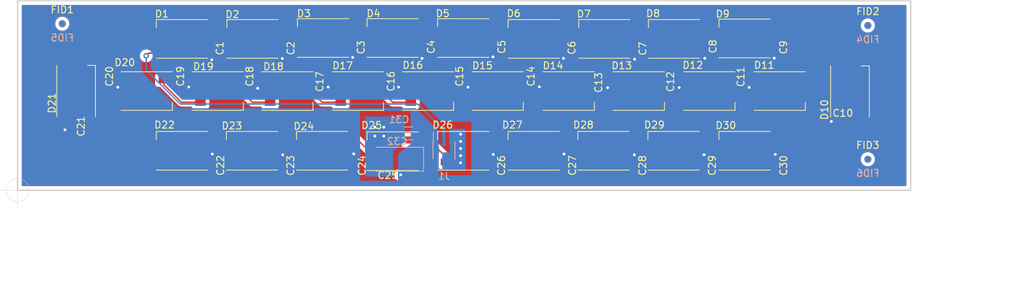
<source format=kicad_pcb>
(kicad_pcb (version 20171130) (host pcbnew 5.1.5+dfsg1-2build2)
  (layers (0 F.Cu signal) (31 B.Cu signal) (34 B.Paste user) (35 F.Paste user) (36 B.SilkS user) (37 F.SilkS user) (38 B.Mask user) (39 F.Mask user) (44 Edge.Cuts user))
  (net 0 "")
  (net 1 "Net-(C1-Pad2)")
  (net 2 +5V)
  (net 3 GND)
  (net 4 /D1_OUT)
  (net 5 DIN_LED1)
  (net 6 /D2_OUT)
  (net 7 /D3_OUT)
  (net 8 /D4_OUT)
  (net 9 /D5_OUT)
  (net 10 /D6_OUT)
  (net 11 /D7_OUT)
  (net 12 /D8_OUT)
  (net 13 /D9_OUT)
  (net 14 /D10_OUT)
  (net 15 /D11_OUT)
  (net 16 /D12_OUT)
  (net 17 /D13_OUT)
  (net 18 /D14_OUT)
  (net 19 /D15_OUT)
  (net 20 /D16_OUT)
  (net 21 /D17_OUT)
  (net 22 /D18_OUT)
  (net 23 /D19_OUT)
  (net 24 /D20_OUT)
  (net 25 /D21_OUT)
  (net 26 /D22_OUT)
  (net 27 /D23_OUT)
  (net 28 /D24_OUT)
  (net 29 /D25_OUT)
  (net 30 /D26_OUT)
  (net 31 /D27_OUT)
  (net 32 /D28_OUT)
  (net 33 /D29_OUT)
  (net 34 "Net-(D30-Pad4)")
  (module LED_SMD:LED_SK6812_PLCC4_5.0x5.0mm_P3.2mm (layer F.Cu) (at 114.173 72.39 180)
    (fp_text reference D5 (at 2.921 3.4925) (layer F.SilkS))
    (fp_text value SK6812)
    (pad 3 smd rect (at -2.45 -1.6 180) (size 1.5 1) (layers F.Cu F.Paste F.Mask) (net 2 +5V))
    (pad 4 smd rect (at -2.45 1.6 180) (size 1.5 1) (layers F.Cu F.Paste F.Mask) (net 9 /D5_OUT))
    (pad 2 smd rect (at 2.45 -1.6 180) (size 1.5 1) (layers F.Cu F.Paste F.Mask) (net 8 /D4_OUT))
    (pad 1 smd rect (at 2.45 1.6 180) (size 1.5 1) (layers F.Cu F.Paste F.Mask) (net 3 GND))
  )
  (module Capacitor_SMD:C_0402_1005Metric (layer F.Cu) (at 78.359 73.81 90)
    (fp_text reference C1 (at -0.0405 1.2065 90) (layer F.SilkS))
    (fp_text value C)
    (pad 2 smd roundrect (at 0.485 0 90) (size 0.59 0.64) (layers F.Cu F.Paste F.Mask) (net 1 "Net-(C1-Pad2)"))
    (pad 1 smd roundrect (at -0.485 0 90) (size 0.59 0.64) (layers F.Cu F.Paste F.Mask) (net 2 +5V))
  )
  (module Capacitor_SMD:C_0402_1005Metric (layer F.Cu) (at 88.392 73.683 90)
    (fp_text reference C2 (at -0.1675 1.27 270) (layer F.SilkS))
    (fp_text value C)
    (pad 1 smd roundrect (at -0.485 0 90) (size 0.59 0.64) (layers F.Cu F.Paste F.Mask) (net 2 +5V))
    (pad 2 smd roundrect (at 0.485 0 90) (size 0.59 0.64) (layers F.Cu F.Paste F.Mask) (net 3 GND))
  )
  (module Capacitor_SMD:C_0402_1005Metric (layer F.Cu) (at 98.425 73.533 90)
    (fp_text reference C3 (at -0.1905 1.2065 270) (layer F.SilkS))
    (fp_text value C)
    (pad 2 smd roundrect (at 0.485 0 90) (size 0.59 0.64) (layers F.Cu F.Paste F.Mask) (net 3 GND))
    (pad 1 smd roundrect (at -0.485 0 90) (size 0.59 0.64) (layers F.Cu F.Paste F.Mask) (net 2 +5V))
  )
  (module Capacitor_SMD:C_0402_1005Metric (layer F.Cu) (at 108.331 73.637 90)
    (fp_text reference C4 (at -0.023 1.27 270) (layer F.SilkS))
    (fp_text value C)
    (pad 2 smd roundrect (at 0.485 0 90) (size 0.59 0.64) (layers F.Cu F.Paste F.Mask) (net 3 GND))
    (pad 1 smd roundrect (at -0.485 0 90) (size 0.59 0.64) (layers F.Cu F.Paste F.Mask) (net 2 +5V))
  )
  (module Capacitor_SMD:C_0402_1005Metric (layer F.Cu) (at 118.364 73.533 90)
    (fp_text reference C5 (at -0.127 1.27 270) (layer F.SilkS))
    (fp_text value C)
    (pad 1 smd roundrect (at -0.485 0 90) (size 0.59 0.64) (layers F.Cu F.Paste F.Mask) (net 2 +5V))
    (pad 2 smd roundrect (at 0.485 0 90) (size 0.59 0.64) (layers F.Cu F.Paste F.Mask) (net 3 GND))
  )
  (module Capacitor_SMD:C_0402_1005Metric (layer F.Cu) (at 128.397 73.7235 90)
    (fp_text reference C6 (at -0.0635 1.2065 270) (layer F.SilkS))
    (fp_text value C)
    (pad 2 smd roundrect (at 0.485 0 90) (size 0.59 0.64) (layers F.Cu F.Paste F.Mask) (net 3 GND))
    (pad 1 smd roundrect (at -0.485 0 90) (size 0.59 0.64) (layers F.Cu F.Paste F.Mask) (net 2 +5V))
  )
  (module Capacitor_SMD:C_0402_1005Metric (layer F.Cu) (at 138.4935 73.787 90)
    (fp_text reference C7 (at -0.127 1.2065 90) (layer F.SilkS))
    (fp_text value C)
    (pad 1 smd roundrect (at -0.485 0 90) (size 0.59 0.64) (layers F.Cu F.Paste F.Mask) (net 2 +5V))
    (pad 2 smd roundrect (at 0.485 0 90) (size 0.59 0.64) (layers F.Cu F.Paste F.Mask) (net 3 GND))
  )
  (module Capacitor_SMD:C_0402_1005Metric (layer F.Cu) (at 148.463 73.5965 90)
    (fp_text reference C8 (at 0 1.2065 90) (layer F.SilkS))
    (fp_text value C)
    (pad 2 smd roundrect (at 0.485 0 90) (size 0.59 0.64) (layers F.Cu F.Paste F.Mask) (net 3 GND))
    (pad 1 smd roundrect (at -0.485 0 90) (size 0.59 0.64) (layers F.Cu F.Paste F.Mask) (net 2 +5V))
  )
  (module Capacitor_SMD:C_0402_1005Metric (layer F.Cu) (at 158.369 73.5965 90)
    (fp_text reference C9 (at -0.127 1.3335 90) (layer F.SilkS))
    (fp_text value C)
    (pad 1 smd roundrect (at -0.485 0 90) (size 0.59 0.64) (layers F.Cu F.Paste F.Mask) (net 2 +5V))
    (pad 2 smd roundrect (at 0.485 0 90) (size 0.59 0.64) (layers F.Cu F.Paste F.Mask) (net 3 GND))
  )
  (module Capacitor_SMD:C_0402_1005Metric (layer F.Cu) (at 168.148 84.2645)
    (fp_text reference C10 (at 0 -1.17) (layer F.SilkS))
    (fp_text value C)
    (pad 2 smd roundrect (at 0.485 0) (size 0.59 0.64) (layers F.Cu F.Paste F.Mask) (net 3 GND))
    (pad 1 smd roundrect (at -0.485 0) (size 0.59 0.64) (layers F.Cu F.Paste F.Mask) (net 2 +5V))
  )
  (module Capacitor_SMD:C_0402_1005Metric (layer F.Cu) (at 154.813 77.9145 90)
    (fp_text reference C11 (at 0 -1.17 90) (layer F.SilkS))
    (fp_text value C)
    (pad 1 smd roundrect (at -0.485 0 90) (size 0.59 0.64) (layers F.Cu F.Paste F.Mask) (net 2 +5V))
    (pad 2 smd roundrect (at 0.485 0 90) (size 0.59 0.64) (layers F.Cu F.Paste F.Mask) (net 3 GND))
  )
  (module Capacitor_SMD:C_0402_1005Metric (layer F.Cu) (at 144.8435 77.851 90)
    (fp_text reference C12 (at -0.762 -1.2065 90) (layer F.SilkS))
    (fp_text value C)
    (pad 2 smd roundrect (at 0.485 0 90) (size 0.59 0.64) (layers F.Cu F.Paste F.Mask) (net 3 GND))
    (pad 1 smd roundrect (at -0.485 0 90) (size 0.59 0.64) (layers F.Cu F.Paste F.Mask) (net 2 +5V))
  )
  (module Capacitor_SMD:C_0402_1005Metric (layer F.Cu) (at 134.6835 77.851 90)
    (fp_text reference C13 (at -0.889 -1.27 90) (layer F.SilkS))
    (fp_text value C)
    (pad 1 smd roundrect (at -0.485 0 90) (size 0.59 0.64) (layers F.Cu F.Paste F.Mask) (net 2 +5V))
    (pad 2 smd roundrect (at 0.485 0 90) (size 0.59 0.64) (layers F.Cu F.Paste F.Mask) (net 3 GND))
  )
  (module Capacitor_SMD:C_0402_1005Metric (layer F.Cu) (at 124.968 77.851 90)
    (fp_text reference C14 (at 0 -1.17 90) (layer F.SilkS))
    (fp_text value C)
    (pad 2 smd roundrect (at 0.485 0 90) (size 0.59 0.64) (layers F.Cu F.Paste F.Mask) (net 3 GND))
    (pad 1 smd roundrect (at -0.485 0 90) (size 0.59 0.64) (layers F.Cu F.Paste F.Mask) (net 2 +5V))
  )
  (module Capacitor_SMD:C_0402_1005Metric (layer F.Cu) (at 114.808 77.851 90)
    (fp_text reference C15 (at 0 -1.17 90) (layer F.SilkS))
    (fp_text value C)
    (pad 1 smd roundrect (at -0.485 0 90) (size 0.59 0.64) (layers F.Cu F.Paste F.Mask) (net 2 +5V))
    (pad 2 smd roundrect (at 0.485 0 90) (size 0.59 0.64) (layers F.Cu F.Paste F.Mask) (net 3 GND))
  )
  (module Capacitor_SMD:C_0402_1005Metric (layer F.Cu) (at 104.9655 77.851 90)
    (fp_text reference C16 (at -0.6985 -1.0795 90) (layer F.SilkS))
    (fp_text value C)
    (pad 2 smd roundrect (at 0.485 0 90) (size 0.59 0.64) (layers F.Cu F.Paste F.Mask) (net 3 GND))
    (pad 1 smd roundrect (at -0.485 0 90) (size 0.59 0.64) (layers F.Cu F.Paste F.Mask) (net 2 +5V))
  )
  (module Capacitor_SMD:C_0402_1005Metric (layer F.Cu) (at 94.9325 77.851 90)
    (fp_text reference C17 (at -0.762 -1.17 90) (layer F.SilkS))
    (fp_text value C)
    (pad 1 smd roundrect (at -0.485 0 90) (size 0.59 0.64) (layers F.Cu F.Paste F.Mask) (net 2 +5V))
    (pad 2 smd roundrect (at 0.485 0 90) (size 0.59 0.64) (layers F.Cu F.Paste F.Mask) (net 3 GND))
  )
  (module Capacitor_SMD:C_0402_1005Metric (layer F.Cu) (at 84.963 77.851 90)
    (fp_text reference C18 (at 0 -1.17 90) (layer F.SilkS))
    (fp_text value C)
    (pad 1 smd roundrect (at -0.485 0 90) (size 0.59 0.64) (layers F.Cu F.Paste F.Mask) (net 2 +5V))
    (pad 2 smd roundrect (at 0.485 0 90) (size 0.59 0.64) (layers F.Cu F.Paste F.Mask) (net 3 GND))
  )
  (module Capacitor_SMD:C_0402_1005Metric (layer F.Cu) (at 75.1205 77.851 90)
    (fp_text reference C19 (at 0 -1.17 90) (layer F.SilkS))
    (fp_text value C)
    (pad 1 smd roundrect (at -0.485 0 90) (size 0.59 0.64) (layers F.Cu F.Paste F.Mask) (net 2 +5V))
    (pad 2 smd roundrect (at 0.485 0 90) (size 0.59 0.64) (layers F.Cu F.Paste F.Mask) (net 3 GND))
  )
  (module Capacitor_SMD:C_0402_1005Metric (layer F.Cu) (at 65.024 77.851 90)
    (fp_text reference C20 (at 0 -1.17 90) (layer F.SilkS))
    (fp_text value C)
    (pad 2 smd roundrect (at 0.485 0 90) (size 0.59 0.64) (layers F.Cu F.Paste F.Mask) (net 3 GND))
    (pad 1 smd roundrect (at -0.485 0 90) (size 0.59 0.64) (layers F.Cu F.Paste F.Mask) (net 2 +5V))
  )
  (module Capacitor_SMD:C_0402_1005Metric (layer F.Cu) (at 57.9755 84.1375)
    (fp_text reference C21 (at 1.8415 0.8255 90) (layer F.SilkS))
    (fp_text value C)
    (pad 1 smd roundrect (at -0.485 0) (size 0.59 0.64) (layers F.Cu F.Paste F.Mask) (net 2 +5V))
    (pad 2 smd roundrect (at 0.485 0) (size 0.59 0.64) (layers F.Cu F.Paste F.Mask) (net 3 GND))
  )
  (module Capacitor_SMD:C_0402_1005Metric (layer F.Cu) (at 78.486 90.551 270)
    (fp_text reference C22 (at 0 -1.17 90) (layer F.SilkS))
    (fp_text value C)
    (pad 2 smd roundrect (at 0.485 0 270) (size 0.59 0.64) (layers F.Cu F.Paste F.Mask) (net 3 GND))
    (pad 1 smd roundrect (at -0.485 0 270) (size 0.59 0.64) (layers F.Cu F.Paste F.Mask) (net 2 +5V))
  )
  (module Capacitor_SMD:C_0402_1005Metric (layer F.Cu) (at 88.4555 90.551 270)
    (fp_text reference C23 (at 0 -1.17 90) (layer F.SilkS))
    (fp_text value C)
    (pad 1 smd roundrect (at -0.485 0 270) (size 0.59 0.64) (layers F.Cu F.Paste F.Mask) (net 2 +5V))
    (pad 2 smd roundrect (at 0.485 0 270) (size 0.59 0.64) (layers F.Cu F.Paste F.Mask) (net 3 GND))
  )
  (module Capacitor_SMD:C_0402_1005Metric (layer F.Cu) (at 98.6155 90.551 270)
    (fp_text reference C24 (at 0 -1.17 90) (layer F.SilkS))
    (fp_text value C)
    (pad 2 smd roundrect (at 0.485 0 270) (size 0.59 0.64) (layers F.Cu F.Paste F.Mask) (net 3 GND))
    (pad 1 smd roundrect (at -0.485 0 270) (size 0.59 0.64) (layers F.Cu F.Paste F.Mask) (net 2 +5V))
  )
  (module Capacitor_SMD:C_0402_1005Metric (layer F.Cu) (at 107.038 91.8845)
    (fp_text reference C25 (at -3.5965 0.0635) (layer F.SilkS))
    (fp_text value C)
    (pad 1 smd roundrect (at -0.485 0) (size 0.59 0.64) (layers F.Cu F.Paste F.Mask) (net 2 +5V))
    (pad 2 smd roundrect (at 0.485 0) (size 0.59 0.64) (layers F.Cu F.Paste F.Mask) (net 3 GND))
  )
  (module Capacitor_SMD:C_0402_1005Metric (layer F.Cu) (at 118.4275 90.551 270)
    (fp_text reference C26 (at 0 -1.17 90) (layer F.SilkS))
    (fp_text value C)
    (pad 2 smd roundrect (at 0.485 0 270) (size 0.59 0.64) (layers F.Cu F.Paste F.Mask) (net 3 GND))
    (pad 1 smd roundrect (at -0.485 0 270) (size 0.59 0.64) (layers F.Cu F.Paste F.Mask) (net 2 +5V))
  )
  (module Capacitor_SMD:C_0402_1005Metric (layer F.Cu) (at 128.524 90.551 270)
    (fp_text reference C27 (at 0 -1.17 90) (layer F.SilkS))
    (fp_text value C)
    (pad 1 smd roundrect (at -0.485 0 270) (size 0.59 0.64) (layers F.Cu F.Paste F.Mask) (net 2 +5V))
    (pad 2 smd roundrect (at 0.485 0 270) (size 0.59 0.64) (layers F.Cu F.Paste F.Mask) (net 3 GND))
  )
  (module Capacitor_SMD:C_0402_1005Metric (layer F.Cu) (at 138.4935 90.551 270)
    (fp_text reference C28 (at 0 -1.17 90) (layer F.SilkS))
    (fp_text value C)
    (pad 2 smd roundrect (at 0.485 0 270) (size 0.59 0.64) (layers F.Cu F.Paste F.Mask) (net 3 GND))
    (pad 1 smd roundrect (at -0.485 0 270) (size 0.59 0.64) (layers F.Cu F.Paste F.Mask) (net 2 +5V))
  )
  (module Capacitor_SMD:C_0402_1005Metric (layer F.Cu) (at 148.3995 90.551 270)
    (fp_text reference C29 (at 0 -1.17 90) (layer F.SilkS))
    (fp_text value C)
    (pad 1 smd roundrect (at -0.485 0 270) (size 0.59 0.64) (layers F.Cu F.Paste F.Mask) (net 2 +5V))
    (pad 2 smd roundrect (at 0.485 0 270) (size 0.59 0.64) (layers F.Cu F.Paste F.Mask) (net 3 GND))
  )
  (module Capacitor_SMD:C_0402_1005Metric (layer F.Cu) (at 158.5595 90.551 270)
    (fp_text reference C30 (at 0 -1.17 90) (layer F.SilkS))
    (fp_text value C)
    (pad 2 smd roundrect (at 0.485 0 270) (size 0.59 0.64) (layers F.Cu F.Paste F.Mask) (net 3 GND))
    (pad 1 smd roundrect (at -0.485 0 270) (size 0.59 0.64) (layers F.Cu F.Paste F.Mask) (net 2 +5V))
  )
  (module Capacitor_SMD:C_1206_3216Metric (layer B.Cu) (at 106.3625 85.979 180)
    (fp_text reference C31 (at 1.3305 1.9685) (layer B.SilkS) (effects (justify mirror)))
    (fp_text value C)
    (pad 1 smd roundrect (at -1.4 0 180) (size 1.25 1.75) (layers B.Cu B.Paste B.Mask) (roundrect_rratio 0.2) (net 2 +5V))
    (pad 2 smd roundrect (at 1.4 0 180) (size 1.25 1.75) (layers B.Cu B.Paste B.Mask) (roundrect_rratio 0.2) (net 3 GND))
  )
  (module LED_SMD:LED_SK6812_PLCC4_5.0x5.0mm_P3.2mm (layer F.Cu) (at 74.168 72.517 180)
    (fp_text reference D1 (at 2.8575 3.556) (layer F.SilkS))
    (fp_text value SK6812)
    (pad 3 smd rect (at -2.45 -1.6 180) (size 1.5 1) (layers F.Cu F.Paste F.Mask) (net 2 +5V))
    (pad 4 smd rect (at -2.45 1.6 180) (size 1.5 1) (layers F.Cu F.Paste F.Mask) (net 4 /D1_OUT))
    (pad 2 smd rect (at 2.45 -1.6 180) (size 1.5 1) (layers F.Cu F.Paste F.Mask) (net 5 DIN_LED1))
    (pad 1 smd rect (at 2.45 1.6 180) (size 1.5 1) (layers F.Cu F.Paste F.Mask) (net 3 GND))
  )
  (module LED_SMD:LED_SK6812_PLCC4_5.0x5.0mm_P3.2mm (layer F.Cu) (at 84.201 72.517 180)
    (fp_text reference D2 (at 2.8575 3.4925) (layer F.SilkS))
    (fp_text value SK6812)
    (pad 1 smd rect (at 2.45 1.6 180) (size 1.5 1) (layers F.Cu F.Paste F.Mask) (net 3 GND))
    (pad 2 smd rect (at 2.45 -1.6 180) (size 1.5 1) (layers F.Cu F.Paste F.Mask) (net 4 /D1_OUT))
    (pad 4 smd rect (at -2.45 1.6 180) (size 1.5 1) (layers F.Cu F.Paste F.Mask) (net 6 /D2_OUT))
    (pad 3 smd rect (at -2.45 -1.6 180) (size 1.5 1) (layers F.Cu F.Paste F.Mask) (net 2 +5V))
  )
  (module LED_SMD:LED_SK6812_PLCC4_5.0x5.0mm_P3.2mm (layer F.Cu) (at 94.234 72.39 180)
    (fp_text reference D3 (at 2.7305 3.4925) (layer F.SilkS))
    (fp_text value SK6812)
    (pad 3 smd rect (at -2.45 -1.6 180) (size 1.5 1) (layers F.Cu F.Paste F.Mask) (net 2 +5V))
    (pad 4 smd rect (at -2.45 1.6 180) (size 1.5 1) (layers F.Cu F.Paste F.Mask) (net 7 /D3_OUT))
    (pad 2 smd rect (at 2.45 -1.6 180) (size 1.5 1) (layers F.Cu F.Paste F.Mask) (net 6 /D2_OUT))
    (pad 1 smd rect (at 2.45 1.6 180) (size 1.5 1) (layers F.Cu F.Paste F.Mask) (net 3 GND))
  )
  (module LED_SMD:LED_SK6812_PLCC4_5.0x5.0mm_P3.2mm (layer F.Cu) (at 104.14 72.39 180)
    (fp_text reference D4 (at 2.7305 3.4925) (layer F.SilkS))
    (fp_text value SK6812)
    (pad 1 smd rect (at 2.45 1.6 180) (size 1.5 1) (layers F.Cu F.Paste F.Mask) (net 3 GND))
    (pad 2 smd rect (at 2.45 -1.6 180) (size 1.5 1) (layers F.Cu F.Paste F.Mask) (net 7 /D3_OUT))
    (pad 4 smd rect (at -2.45 1.6 180) (size 1.5 1) (layers F.Cu F.Paste F.Mask) (net 8 /D4_OUT))
    (pad 3 smd rect (at -2.45 -1.6 180) (size 1.5 1) (layers F.Cu F.Paste F.Mask) (net 2 +5V))
  )
  (module LED_SMD:LED_SK6812_PLCC4_5.0x5.0mm_P3.2mm (layer F.Cu) (at 124.206 72.517 180)
    (fp_text reference D6 (at 2.8575 3.6195) (layer F.SilkS))
    (fp_text value SK6812)
    (pad 1 smd rect (at 2.45 1.6 180) (size 1.5 1) (layers F.Cu F.Paste F.Mask) (net 3 GND))
    (pad 2 smd rect (at 2.45 -1.6 180) (size 1.5 1) (layers F.Cu F.Paste F.Mask) (net 9 /D5_OUT))
    (pad 4 smd rect (at -2.45 1.6 180) (size 1.5 1) (layers F.Cu F.Paste F.Mask) (net 10 /D6_OUT))
    (pad 3 smd rect (at -2.45 -1.6 180) (size 1.5 1) (layers F.Cu F.Paste F.Mask) (net 2 +5V))
  )
  (module LED_SMD:LED_SK6812_PLCC4_5.0x5.0mm_P3.2mm (layer F.Cu) (at 134.239 72.517 180)
    (fp_text reference D7 (at 2.921 3.556) (layer F.SilkS))
    (fp_text value SK6812)
    (pad 3 smd rect (at -2.45 -1.6 180) (size 1.5 1) (layers F.Cu F.Paste F.Mask) (net 2 +5V))
    (pad 4 smd rect (at -2.45 1.6 180) (size 1.5 1) (layers F.Cu F.Paste F.Mask) (net 11 /D7_OUT))
    (pad 2 smd rect (at 2.45 -1.6 180) (size 1.5 1) (layers F.Cu F.Paste F.Mask) (net 10 /D6_OUT))
    (pad 1 smd rect (at 2.45 1.6 180) (size 1.5 1) (layers F.Cu F.Paste F.Mask) (net 3 GND))
  )
  (module LED_SMD:LED_SK6812_PLCC4_5.0x5.0mm_P3.2mm (layer F.Cu) (at 144.145 72.517 180)
    (fp_text reference D8 (at 2.9845 3.6195) (layer F.SilkS))
    (fp_text value SK6812)
    (pad 1 smd rect (at 2.45 1.6 180) (size 1.5 1) (layers F.Cu F.Paste F.Mask) (net 3 GND))
    (pad 2 smd rect (at 2.45 -1.6 180) (size 1.5 1) (layers F.Cu F.Paste F.Mask) (net 11 /D7_OUT))
    (pad 4 smd rect (at -2.45 1.6 180) (size 1.5 1) (layers F.Cu F.Paste F.Mask) (net 12 /D8_OUT))
    (pad 3 smd rect (at -2.45 -1.6 180) (size 1.5 1) (layers F.Cu F.Paste F.Mask) (net 2 +5V))
  )
  (module LED_SMD:LED_SK6812_PLCC4_5.0x5.0mm_P3.2mm (layer F.Cu) (at 154.178 72.4535 180)
    (fp_text reference D9 (at 3.1115 3.4925) (layer F.SilkS))
    (fp_text value SK6812)
    (pad 3 smd rect (at -2.45 -1.6 180) (size 1.5 1) (layers F.Cu F.Paste F.Mask) (net 2 +5V))
    (pad 4 smd rect (at -2.45 1.6 180) (size 1.5 1) (layers F.Cu F.Paste F.Mask) (net 13 /D9_OUT))
    (pad 2 smd rect (at 2.45 -1.6 180) (size 1.5 1) (layers F.Cu F.Paste F.Mask) (net 12 /D8_OUT))
    (pad 1 smd rect (at 2.45 1.6 180) (size 1.5 1) (layers F.Cu F.Paste F.Mask) (net 3 GND))
  )
  (module LED_SMD:LED_SK6812_PLCC4_5.0x5.0mm_P3.2mm (layer F.Cu) (at 169.164 80.01 90)
    (fp_text reference D10 (at -2.6035 -3.6195 90) (layer F.SilkS))
    (fp_text value SK6812)
    (pad 1 smd rect (at 2.45 1.6 90) (size 1.5 1) (layers F.Cu F.Paste F.Mask) (net 3 GND))
    (pad 2 smd rect (at 2.45 -1.6 90) (size 1.5 1) (layers F.Cu F.Paste F.Mask) (net 13 /D9_OUT))
    (pad 4 smd rect (at -2.45 1.6 90) (size 1.5 1) (layers F.Cu F.Paste F.Mask) (net 14 /D10_OUT))
    (pad 3 smd rect (at -2.45 -1.6 90) (size 1.5 1) (layers F.Cu F.Paste F.Mask) (net 2 +5V))
  )
  (module LED_SMD:LED_SK6812_PLCC4_5.0x5.0mm_P3.2mm (layer F.Cu) (at 159.168 79.9465)
    (fp_text reference D11 (at -2.196 -3.683) (layer F.SilkS))
    (fp_text value SK6812)
    (pad 3 smd rect (at -2.45 -1.6) (size 1.5 1) (layers F.Cu F.Paste F.Mask) (net 2 +5V))
    (pad 4 smd rect (at -2.45 1.6) (size 1.5 1) (layers F.Cu F.Paste F.Mask) (net 15 /D11_OUT))
    (pad 2 smd rect (at 2.45 -1.6) (size 1.5 1) (layers F.Cu F.Paste F.Mask) (net 14 /D10_OUT))
    (pad 1 smd rect (at 2.45 1.6) (size 1.5 1) (layers F.Cu F.Paste F.Mask) (net 3 GND))
  )
  (module LED_SMD:LED_SK6812_PLCC4_5.0x5.0mm_P3.2mm (layer F.Cu) (at 149.1615 79.9465)
    (fp_text reference D12 (at -2.3495 -3.683) (layer F.SilkS))
    (fp_text value SK6812)
    (pad 1 smd rect (at 2.45 1.6) (size 1.5 1) (layers F.Cu F.Paste F.Mask) (net 3 GND))
    (pad 2 smd rect (at 2.45 -1.6) (size 1.5 1) (layers F.Cu F.Paste F.Mask) (net 15 /D11_OUT))
    (pad 4 smd rect (at -2.45 1.6) (size 1.5 1) (layers F.Cu F.Paste F.Mask) (net 16 /D12_OUT))
    (pad 3 smd rect (at -2.45 -1.6) (size 1.5 1) (layers F.Cu F.Paste F.Mask) (net 2 +5V))
  )
  (module LED_SMD:LED_SK6812_PLCC4_5.0x5.0mm_P3.2mm (layer F.Cu) (at 139.1285 79.9465)
    (fp_text reference D13 (at -2.413 -3.6195) (layer F.SilkS))
    (fp_text value SK6812)
    (pad 3 smd rect (at -2.45 -1.6) (size 1.5 1) (layers F.Cu F.Paste F.Mask) (net 2 +5V))
    (pad 4 smd rect (at -2.45 1.6) (size 1.5 1) (layers F.Cu F.Paste F.Mask) (net 17 /D13_OUT))
    (pad 2 smd rect (at 2.45 -1.6) (size 1.5 1) (layers F.Cu F.Paste F.Mask) (net 16 /D12_OUT))
    (pad 1 smd rect (at 2.45 1.6) (size 1.5 1) (layers F.Cu F.Paste F.Mask) (net 3 GND))
  )
  (module LED_SMD:LED_SK6812_PLCC4_5.0x5.0mm_P3.2mm (layer F.Cu) (at 129.159 79.9465)
    (fp_text reference D14 (at -2.2225 -3.6195) (layer F.SilkS))
    (fp_text value SK6812)
    (pad 1 smd rect (at 2.45 1.6) (size 1.5 1) (layers F.Cu F.Paste F.Mask) (net 3 GND))
    (pad 2 smd rect (at 2.45 -1.6) (size 1.5 1) (layers F.Cu F.Paste F.Mask) (net 17 /D13_OUT))
    (pad 4 smd rect (at -2.45 1.6) (size 1.5 1) (layers F.Cu F.Paste F.Mask) (net 18 /D14_OUT))
    (pad 3 smd rect (at -2.45 -1.6) (size 1.5 1) (layers F.Cu F.Paste F.Mask) (net 2 +5V))
  )
  (module LED_SMD:LED_SK6812_PLCC4_5.0x5.0mm_P3.2mm (layer F.Cu) (at 119.0625 79.9465)
    (fp_text reference D15 (at -2.159 -3.6195) (layer F.SilkS))
    (fp_text value SK6812)
    (pad 3 smd rect (at -2.45 -1.6) (size 1.5 1) (layers F.Cu F.Paste F.Mask) (net 2 +5V))
    (pad 4 smd rect (at -2.45 1.6) (size 1.5 1) (layers F.Cu F.Paste F.Mask) (net 19 /D15_OUT))
    (pad 2 smd rect (at 2.45 -1.6) (size 1.5 1) (layers F.Cu F.Paste F.Mask) (net 18 /D14_OUT))
    (pad 1 smd rect (at 2.45 1.6) (size 1.5 1) (layers F.Cu F.Paste F.Mask) (net 3 GND))
  )
  (module LED_SMD:LED_SK6812_PLCC4_5.0x5.0mm_P3.2mm (layer F.Cu) (at 109.1565 79.9465)
    (fp_text reference D16 (at -2.159 -3.683) (layer F.SilkS))
    (fp_text value SK6812)
    (pad 1 smd rect (at 2.45 1.6) (size 1.5 1) (layers F.Cu F.Paste F.Mask) (net 3 GND))
    (pad 2 smd rect (at 2.45 -1.6) (size 1.5 1) (layers F.Cu F.Paste F.Mask) (net 19 /D15_OUT))
    (pad 4 smd rect (at -2.45 1.6) (size 1.5 1) (layers F.Cu F.Paste F.Mask) (net 20 /D16_OUT))
    (pad 3 smd rect (at -2.45 -1.6) (size 1.5 1) (layers F.Cu F.Paste F.Mask) (net 2 +5V))
  )
  (module LED_SMD:LED_SK6812_PLCC4_5.0x5.0mm_P3.2mm (layer F.Cu) (at 99.187 79.9465)
    (fp_text reference D17 (at -2.159 -3.6195) (layer F.SilkS))
    (fp_text value SK6812)
    (pad 3 smd rect (at -2.45 -1.6) (size 1.5 1) (layers F.Cu F.Paste F.Mask) (net 2 +5V))
    (pad 4 smd rect (at -2.45 1.6) (size 1.5 1) (layers F.Cu F.Paste F.Mask) (net 21 /D17_OUT))
    (pad 2 smd rect (at 2.45 -1.6) (size 1.5 1) (layers F.Cu F.Paste F.Mask) (net 20 /D16_OUT))
    (pad 1 smd rect (at 2.45 1.6) (size 1.5 1) (layers F.Cu F.Paste F.Mask) (net 3 GND))
  )
  (module LED_SMD:LED_SK6812_PLCC4_5.0x5.0mm_P3.2mm (layer F.Cu) (at 89.154 79.9465)
    (fp_text reference D18 (at -1.9685 -3.4925) (layer F.SilkS))
    (fp_text value SK6812)
    (pad 1 smd rect (at 2.45 1.6) (size 1.5 1) (layers F.Cu F.Paste F.Mask) (net 3 GND))
    (pad 2 smd rect (at 2.45 -1.6) (size 1.5 1) (layers F.Cu F.Paste F.Mask) (net 21 /D17_OUT))
    (pad 4 smd rect (at -2.45 1.6) (size 1.5 1) (layers F.Cu F.Paste F.Mask) (net 22 /D18_OUT))
    (pad 3 smd rect (at -2.45 -1.6) (size 1.5 1) (layers F.Cu F.Paste F.Mask) (net 2 +5V))
  )
  (module LED_SMD:LED_SK6812_PLCC4_5.0x5.0mm_P3.2mm (layer F.Cu) (at 79.248 79.9465)
    (fp_text reference D19 (at -2.032 -3.5) (layer F.SilkS))
    (fp_text value SK6812)
    (pad 3 smd rect (at -2.45 -1.6) (size 1.5 1) (layers F.Cu F.Paste F.Mask) (net 2 +5V))
    (pad 4 smd rect (at -2.45 1.6) (size 1.5 1) (layers F.Cu F.Paste F.Mask) (net 23 /D19_OUT))
    (pad 2 smd rect (at 2.45 -1.6) (size 1.5 1) (layers F.Cu F.Paste F.Mask) (net 22 /D18_OUT))
    (pad 1 smd rect (at 2.45 1.6) (size 1.5 1) (layers F.Cu F.Paste F.Mask) (net 3 GND))
  )
  (module LED_SMD:LED_SK6812_PLCC4_5.0x5.0mm_P3.2mm (layer F.Cu) (at 69.1515 79.9465)
    (fp_text reference D20 (at -3.1115 -4.064) (layer F.SilkS))
    (fp_text value SK6812)
    (pad 1 smd rect (at 2.45 1.6) (size 1.5 1) (layers F.Cu F.Paste F.Mask) (net 3 GND))
    (pad 2 smd rect (at 2.45 -1.6) (size 1.5 1) (layers F.Cu F.Paste F.Mask) (net 23 /D19_OUT))
    (pad 4 smd rect (at -2.45 1.6) (size 1.5 1) (layers F.Cu F.Paste F.Mask) (net 24 /D20_OUT))
    (pad 3 smd rect (at -2.45 -1.6) (size 1.5 1) (layers F.Cu F.Paste F.Mask) (net 2 +5V))
  )
  (module LED_SMD:LED_SK6812_PLCC4_5.0x5.0mm_P3.2mm (layer F.Cu) (at 59.1185 79.9465 90)
    (fp_text reference D21 (at -1.7145 -3.429 90) (layer F.SilkS))
    (fp_text value SK6812)
    (pad 3 smd rect (at -2.45 -1.6 90) (size 1.5 1) (layers F.Cu F.Paste F.Mask) (net 2 +5V))
    (pad 4 smd rect (at -2.45 1.6 90) (size 1.5 1) (layers F.Cu F.Paste F.Mask) (net 25 /D21_OUT))
    (pad 2 smd rect (at 2.45 -1.6 90) (size 1.5 1) (layers F.Cu F.Paste F.Mask) (net 24 /D20_OUT))
    (pad 1 smd rect (at 2.45 1.6 90) (size 1.5 1) (layers F.Cu F.Paste F.Mask) (net 3 GND))
  )
  (module LED_SMD:LED_SK6812_PLCC4_5.0x5.0mm_P3.2mm (layer F.Cu) (at 74.168 88.4555 180)
    (fp_text reference D22 (at 2.4765 3.683) (layer F.SilkS))
    (fp_text value SK6812)
    (pad 1 smd rect (at 2.45 1.6 180) (size 1.5 1) (layers F.Cu F.Paste F.Mask) (net 3 GND))
    (pad 2 smd rect (at 2.45 -1.6 180) (size 1.5 1) (layers F.Cu F.Paste F.Mask) (net 25 /D21_OUT))
    (pad 4 smd rect (at -2.45 1.6 180) (size 1.5 1) (layers F.Cu F.Paste F.Mask) (net 26 /D22_OUT))
    (pad 3 smd rect (at -2.45 -1.6 180) (size 1.5 1) (layers F.Cu F.Paste F.Mask) (net 2 +5V))
  )
  (module LED_SMD:LED_SK6812_PLCC4_5.0x5.0mm_P3.2mm (layer F.Cu) (at 84.1375 88.4555 180)
    (fp_text reference D23 (at 2.8575 3.556) (layer F.SilkS))
    (fp_text value SK6812)
    (pad 3 smd rect (at -2.45 -1.6 180) (size 1.5 1) (layers F.Cu F.Paste F.Mask) (net 2 +5V))
    (pad 4 smd rect (at -2.45 1.6 180) (size 1.5 1) (layers F.Cu F.Paste F.Mask) (net 27 /D23_OUT))
    (pad 2 smd rect (at 2.45 -1.6 180) (size 1.5 1) (layers F.Cu F.Paste F.Mask) (net 26 /D22_OUT))
    (pad 1 smd rect (at 2.45 1.6 180) (size 1.5 1) (layers F.Cu F.Paste F.Mask) (net 3 GND))
  )
  (module LED_SMD:LED_SK6812_PLCC4_5.0x5.0mm_P3.2mm (layer F.Cu) (at 94.107 88.4555 180)
    (fp_text reference D24 (at 2.6035 3.4925) (layer F.SilkS))
    (fp_text value SK6812)
    (pad 1 smd rect (at 2.45 1.6 180) (size 1.5 1) (layers F.Cu F.Paste F.Mask) (net 3 GND))
    (pad 2 smd rect (at 2.45 -1.6 180) (size 1.5 1) (layers F.Cu F.Paste F.Mask) (net 27 /D23_OUT))
    (pad 4 smd rect (at -2.45 1.6 180) (size 1.5 1) (layers F.Cu F.Paste F.Mask) (net 28 /D24_OUT))
    (pad 3 smd rect (at -2.45 -1.6 180) (size 1.5 1) (layers F.Cu F.Paste F.Mask) (net 2 +5V))
  )
  (module LED_SMD:LED_SK6812_PLCC4_5.0x5.0mm_P3.2mm (layer F.Cu) (at 104.14 88.519 180)
    (fp_text reference D25 (at 2.9845 3.683) (layer F.SilkS))
    (fp_text value SK6812)
    (pad 3 smd rect (at -2.45 -1.6 180) (size 1.5 1) (layers F.Cu F.Paste F.Mask) (net 2 +5V))
    (pad 4 smd rect (at -2.45 1.6 180) (size 1.5 1) (layers F.Cu F.Paste F.Mask) (net 29 /D25_OUT))
    (pad 2 smd rect (at 2.45 -1.6 180) (size 1.5 1) (layers F.Cu F.Paste F.Mask) (net 28 /D24_OUT))
    (pad 1 smd rect (at 2.45 1.6 180) (size 1.5 1) (layers F.Cu F.Paste F.Mask) (net 3 GND))
  )
  (module LED_SMD:LED_SK6812_PLCC4_5.0x5.0mm_P3.2mm (layer F.Cu) (at 114.173 88.4555 180)
    (fp_text reference D26 (at 2.921 3.683) (layer F.SilkS))
    (fp_text value SK6812)
    (pad 1 smd rect (at 2.45 1.6 180) (size 1.5 1) (layers F.Cu F.Paste F.Mask) (net 3 GND))
    (pad 2 smd rect (at 2.45 -1.6 180) (size 1.5 1) (layers F.Cu F.Paste F.Mask) (net 29 /D25_OUT))
    (pad 4 smd rect (at -2.45 1.6 180) (size 1.5 1) (layers F.Cu F.Paste F.Mask) (net 30 /D26_OUT))
    (pad 3 smd rect (at -2.45 -1.6 180) (size 1.5 1) (layers F.Cu F.Paste F.Mask) (net 2 +5V))
  )
  (module LED_SMD:LED_SK6812_PLCC4_5.0x5.0mm_P3.2mm (layer F.Cu) (at 124.206 88.4555 180)
    (fp_text reference D27 (at 3.048 3.683) (layer F.SilkS))
    (fp_text value SK6812)
    (pad 3 smd rect (at -2.45 -1.6 180) (size 1.5 1) (layers F.Cu F.Paste F.Mask) (net 2 +5V))
    (pad 4 smd rect (at -2.45 1.6 180) (size 1.5 1) (layers F.Cu F.Paste F.Mask) (net 31 /D27_OUT))
    (pad 2 smd rect (at 2.45 -1.6 180) (size 1.5 1) (layers F.Cu F.Paste F.Mask) (net 30 /D26_OUT))
    (pad 1 smd rect (at 2.45 1.6 180) (size 1.5 1) (layers F.Cu F.Paste F.Mask) (net 3 GND))
  )
  (module LED_SMD:LED_SK6812_PLCC4_5.0x5.0mm_P3.2mm (layer F.Cu) (at 134.112 88.4555 180)
    (fp_text reference D28 (at 2.8575 3.683) (layer F.SilkS))
    (fp_text value SK6812)
    (pad 1 smd rect (at 2.45 1.6 180) (size 1.5 1) (layers F.Cu F.Paste F.Mask) (net 3 GND))
    (pad 2 smd rect (at 2.45 -1.6 180) (size 1.5 1) (layers F.Cu F.Paste F.Mask) (net 31 /D27_OUT))
    (pad 4 smd rect (at -2.45 1.6 180) (size 1.5 1) (layers F.Cu F.Paste F.Mask) (net 32 /D28_OUT))
    (pad 3 smd rect (at -2.45 -1.6 180) (size 1.5 1) (layers F.Cu F.Paste F.Mask) (net 2 +5V))
  )
  (module LED_SMD:LED_SK6812_PLCC4_5.0x5.0mm_P3.2mm (layer F.Cu) (at 144.0815 88.4555 180)
    (fp_text reference D29 (at 2.7305 3.683) (layer F.SilkS))
    (fp_text value SK6812)
    (pad 3 smd rect (at -2.45 -1.6 180) (size 1.5 1) (layers F.Cu F.Paste F.Mask) (net 2 +5V))
    (pad 4 smd rect (at -2.45 1.6 180) (size 1.5 1) (layers F.Cu F.Paste F.Mask) (net 33 /D29_OUT))
    (pad 2 smd rect (at 2.45 -1.6 180) (size 1.5 1) (layers F.Cu F.Paste F.Mask) (net 32 /D28_OUT))
    (pad 1 smd rect (at 2.45 1.6 180) (size 1.5 1) (layers F.Cu F.Paste F.Mask) (net 3 GND))
  )
  (module LED_SMD:LED_SK6812_PLCC4_5.0x5.0mm_P3.2mm (layer F.Cu) (at 154.178 88.4555 180)
    (fp_text reference D30 (at 2.667 3.6195) (layer F.SilkS))
    (fp_text value SK6812)
    (pad 1 smd rect (at 2.45 1.6 180) (size 1.5 1) (layers F.Cu F.Paste F.Mask) (net 3 GND))
    (pad 2 smd rect (at 2.45 -1.6 180) (size 1.5 1) (layers F.Cu F.Paste F.Mask) (net 33 /D29_OUT))
    (pad 4 smd rect (at -2.45 1.6 180) (size 1.5 1) (layers F.Cu F.Paste F.Mask) (net 34 "Net-(D30-Pad4)"))
    (pad 3 smd rect (at -2.45 -1.6 180) (size 1.5 1) (layers F.Cu F.Paste F.Mask) (net 2 +5V))
  )
  (module Connector_PinHeader_1.00mm:PinHeader_2x03_P1.00mm_Vertical_SMD (layer B.Cu) (at 111.4265 88.391 270)
    (fp_text reference J1 (at 3.684 -0.016 180) (layer B.SilkS) (effects (justify mirror)))
    (fp_text value Conn_02x03_Top_Bottom)
    (pad 1 smd rect (at -1.65 1 270) (size 2 0.5) (layers B.Cu B.Paste B.Mask) (net 2 +5V))
    (pad 2 smd rect (at 1.65 1 270) (size 2 0.5) (layers B.Cu B.Paste B.Mask) (net 2 +5V))
    (pad 3 smd rect (at -1.65 0 270) (size 2 0.5) (layers B.Cu B.Paste B.Mask) (net 5 DIN_LED1))
    (pad 4 smd rect (at 1.65 0 270) (size 2 0.5) (layers B.Cu B.Paste B.Mask) (net 3 GND))
    (pad 5 smd rect (at -1.65 -1 270) (size 2 0.5) (layers B.Cu B.Paste B.Mask) (net 3 GND))
    (pad 6 smd rect (at 1.65 -1 270) (size 2 0.5) (layers B.Cu B.Paste B.Mask) (net 3 GND))
  )
  (module Capacitor_Tantalum_SMD:CP_EIA-6032-28_Kemet-C (layer B.Cu) (at 104.775 89.662 180)
    (fp_text reference C32 (at 0 2.55) (layer B.SilkS) (effects (justify mirror)))
    (fp_text value CP)
    (pad 1 smd roundrect (at -2.4625 0 180) (size 2.075 2.35) (layers B.Cu B.Paste B.Mask) (roundrect_rratio 0.120482) (net 2 +5V))
    (pad 2 smd roundrect (at 2.4625 0 180) (size 2.075 2.35) (layers B.Cu B.Paste B.Mask) (roundrect_rratio 0.120482) (net 3 GND))
  )
  (module Fiducial:Fiducial_1mm_Mask2mm (layer F.Cu) (at 57.15 70.358)
    (fp_text reference FID1 (at 0 -2) (layer F.SilkS))
    (fp_text value Fiducial)
    (pad "" smd circle (at 0 0) (size 1 1) (layers F.Cu F.Mask) (clearance 0.5))
  )
  (module Fiducial:Fiducial_1mm_Mask2mm (layer F.Cu) (at 171.704 70.612)
    (fp_text reference FID2 (at 0 -2) (layer F.SilkS))
    (fp_text value Fiducial)
    (pad "" smd circle (at 0 0) (size 1 1) (layers F.Cu F.Mask) (clearance 0.5))
  )
  (module Fiducial:Fiducial_1mm_Mask2mm (layer F.Cu) (at 171.704 89.662)
    (fp_text reference FID3 (at 0 -2) (layer F.SilkS))
    (fp_text value Fiducial)
    (pad "" smd circle (at 0 0) (size 1 1) (layers F.Cu F.Mask) (clearance 0.5))
  )
  (module Fiducial:Fiducial_1mm_Mask2mm (layer B.Cu) (at 171.704 70.612)
    (fp_text reference FID4 (at 0 2) (layer B.SilkS) (effects (justify mirror)))
    (fp_text value Fiducial)
    (pad "" smd circle (at 0 0) (size 1 1) (layers B.Cu B.Mask) (clearance 0.5))
  )
  (module Fiducial:Fiducial_1mm_Mask2mm (layer B.Cu) (at 57.15 70.358)
    (fp_text reference FID5 (at 0 2) (layer B.SilkS) (effects (justify mirror)))
    (fp_text value Fiducial)
    (pad "" smd circle (at 0 0) (size 1 1) (layers B.Cu B.Mask) (clearance 0.5))
  )
  (module Fiducial:Fiducial_1mm_Mask2mm (layer B.Cu) (at 171.704 89.662)
    (fp_text reference FID6 (at 0 2) (layer B.SilkS) (effects (justify mirror)))
    (fp_text value Fiducial)
    (pad "" smd circle (at 0 0) (size 1 1) (layers B.Cu B.Mask) (clearance 0.5))
  )
  (target plus (at 50.79427 94.077192) (size 5) (width 0.05) (layer Edge.Cuts))
  (gr_line (start 50.79427 94.077192) (end 50.79427 67.077252) (layer Edge.Cuts) (width 0.2))
  (gr_line (start 177.8 94.077192) (end 50.79427 94.077192) (layer Edge.Cuts) (width 0.2))
  (gr_line (start 177.8 67.077252) (end 177.8 94.077192) (layer Edge.Cuts) (width 0.2))
  (gr_line (start 50.79427 67.077252) (end 177.8 67.077252) (layer Edge.Cuts) (width 0.2))
  (via (at 98.4504 75.1586) (size 0.8) (drill 0.4) (layers F.Cu B.Cu) (net 2))
  (segment (start 98.425 75.1332) (end 98.4504 75.1586) (width 0.3) (layer F.Cu) (net 2))
  (segment (start 98.425 74.018) (end 98.425 75.1332) (width 0.3) (layer F.Cu) (net 2))
  (segment (start 118.336 73.99) (end 118.364 74.018) (width 0.3) (layer F.Cu) (net 2))
  (segment (start 116.623 73.99) (end 118.336 73.99) (width 0.3) (layer F.Cu) (net 2))
  (segment (start 84.9735 78.3465) (end 84.963 78.336) (width 0.3) (layer F.Cu) (net 2))
  (segment (start 86.704 78.3465) (end 84.9735 78.3465) (width 0.3) (layer F.Cu) (net 2))
  (segment (start 94.943 78.3465) (end 94.9325 78.336) (width 0.3) (layer F.Cu) (net 2))
  (segment (start 96.737 78.3465) (end 94.943 78.3465) (width 0.3) (layer F.Cu) (net 2))
  (segment (start 78.181 74.117) (end 78.359 74.295) (width 0.3) (layer F.Cu) (net 2))
  (segment (start 76.618 74.117) (end 78.181 74.117) (width 0.3) (layer F.Cu) (net 2))
  (via (at 78.4098 75.4888) (size 0.8) (drill 0.4) (layers F.Cu B.Cu) (net 2))
  (segment (start 78.359 75.438) (end 78.4098 75.4888) (width 0.3) (layer F.Cu) (net 2))
  (segment (start 78.359 74.295) (end 78.359 75.438) (width 0.3) (layer F.Cu) (net 2))
  (segment (start 88.341 74.117) (end 88.392 74.168) (width 0.3) (layer F.Cu) (net 2))
  (segment (start 86.651 74.117) (end 88.341 74.117) (width 0.3) (layer F.Cu) (net 2))
  (via (at 88.4428 75.311) (size 0.8) (drill 0.4) (layers F.Cu B.Cu) (net 2))
  (segment (start 88.392 75.2602) (end 88.4428 75.311) (width 0.3) (layer F.Cu) (net 2))
  (segment (start 88.392 74.168) (end 88.392 75.2602) (width 0.3) (layer F.Cu) (net 2))
  (segment (start 98.397 73.99) (end 98.425 74.018) (width 0.3) (layer F.Cu) (net 2))
  (segment (start 96.684 73.99) (end 98.397 73.99) (width 0.3) (layer F.Cu) (net 2))
  (segment (start 138.3385 74.117) (end 138.4935 74.272) (width 0.3) (layer F.Cu) (net 2))
  (segment (start 136.689 74.117) (end 138.3385 74.117) (width 0.3) (layer F.Cu) (net 2))
  (via (at 138.5316 75.4126) (size 0.8) (drill 0.4) (layers F.Cu B.Cu) (net 2))
  (segment (start 138.4935 75.3745) (end 138.5316 75.4126) (width 0.3) (layer F.Cu) (net 2))
  (segment (start 138.4935 74.272) (end 138.4935 75.3745) (width 0.3) (layer F.Cu) (net 2))
  (segment (start 128.3055 74.117) (end 128.397 74.2085) (width 0.3) (layer F.Cu) (net 2))
  (segment (start 126.656 74.117) (end 128.3055 74.117) (width 0.3) (layer F.Cu) (net 2))
  (via (at 128.4224 75.2856) (size 0.8) (drill 0.4) (layers F.Cu B.Cu) (net 2))
  (segment (start 128.397 75.2602) (end 128.4224 75.2856) (width 0.3) (layer F.Cu) (net 2))
  (segment (start 128.397 74.2085) (end 128.397 75.2602) (width 0.3) (layer F.Cu) (net 2))
  (segment (start 148.4275 74.117) (end 148.463 74.0815) (width 0.3) (layer F.Cu) (net 2))
  (segment (start 146.595 74.117) (end 148.4275 74.117) (width 0.3) (layer F.Cu) (net 2))
  (via (at 148.5138 75.2856) (size 0.8) (drill 0.4) (layers F.Cu B.Cu) (net 2))
  (segment (start 148.463 75.2348) (end 148.5138 75.2856) (width 0.3) (layer F.Cu) (net 2))
  (segment (start 148.463 74.0815) (end 148.463 75.2348) (width 0.3) (layer F.Cu) (net 2))
  (segment (start 158.341 74.0535) (end 158.369 74.0815) (width 0.3) (layer F.Cu) (net 2))
  (segment (start 156.628 74.0535) (end 158.341 74.0535) (width 0.3) (layer F.Cu) (net 2))
  (via (at 158.3944 75.2602) (size 0.8) (drill 0.4) (layers F.Cu B.Cu) (net 2))
  (segment (start 158.369 75.2348) (end 158.3944 75.2602) (width 0.3) (layer F.Cu) (net 2))
  (segment (start 158.369 74.0815) (end 158.369 75.2348) (width 0.3) (layer F.Cu) (net 2))
  (segment (start 75.131 78.3465) (end 75.1205 78.336) (width 0.3) (layer F.Cu) (net 2))
  (segment (start 76.798 78.3465) (end 75.131 78.3465) (width 0.3) (layer F.Cu) (net 2))
  (via (at 75.1332 79.375) (size 0.8) (drill 0.4) (layers F.Cu B.Cu) (net 2))
  (segment (start 75.1205 79.3623) (end 75.1332 79.375) (width 0.3) (layer F.Cu) (net 2))
  (segment (start 75.1205 78.336) (end 75.1205 79.3623) (width 0.3) (layer F.Cu) (net 2))
  (segment (start 65.0345 78.3465) (end 65.024 78.336) (width 0.3) (layer F.Cu) (net 2))
  (segment (start 66.7015 78.3465) (end 65.0345 78.3465) (width 0.3) (layer F.Cu) (net 2))
  (via (at 65.0494 79.4004) (size 0.8) (drill 0.4) (layers F.Cu B.Cu) (net 2))
  (segment (start 65.024 79.375) (end 65.0494 79.4004) (width 0.3) (layer F.Cu) (net 2))
  (segment (start 65.024 78.336) (end 65.024 79.375) (width 0.3) (layer F.Cu) (net 2))
  (via (at 94.9706 79.375) (size 0.8) (drill 0.4) (layers F.Cu B.Cu) (net 2))
  (segment (start 94.9325 79.3369) (end 94.9706 79.375) (width 0.3) (layer F.Cu) (net 2))
  (segment (start 94.9325 78.336) (end 94.9325 79.3369) (width 0.3) (layer F.Cu) (net 2))
  (segment (start 104.976 78.3465) (end 104.9655 78.336) (width 0.3) (layer F.Cu) (net 2))
  (segment (start 106.7065 78.3465) (end 104.976 78.3465) (width 0.3) (layer F.Cu) (net 2))
  (via (at 104.9782 79.375) (size 0.8) (drill 0.4) (layers F.Cu B.Cu) (net 2))
  (segment (start 104.9655 79.3623) (end 104.9782 79.375) (width 0.3) (layer F.Cu) (net 2))
  (segment (start 104.9655 78.336) (end 104.9655 79.3623) (width 0.3) (layer F.Cu) (net 2))
  (segment (start 114.8185 78.3465) (end 114.808 78.336) (width 0.3) (layer F.Cu) (net 2))
  (segment (start 116.6125 78.3465) (end 114.8185 78.3465) (width 0.3) (layer F.Cu) (net 2))
  (via (at 114.8588 79.4004) (size 0.8) (drill 0.4) (layers F.Cu B.Cu) (net 2))
  (segment (start 114.808 79.3496) (end 114.8588 79.4004) (width 0.3) (layer F.Cu) (net 2))
  (segment (start 114.808 78.336) (end 114.808 79.3496) (width 0.3) (layer F.Cu) (net 2))
  (segment (start 124.9785 78.3465) (end 124.968 78.336) (width 0.3) (layer F.Cu) (net 2))
  (segment (start 126.709 78.3465) (end 124.9785 78.3465) (width 0.3) (layer F.Cu) (net 2))
  (via (at 124.9934 79.3496) (size 0.8) (drill 0.4) (layers F.Cu B.Cu) (net 2))
  (segment (start 124.968 79.3242) (end 124.9934 79.3496) (width 0.3) (layer F.Cu) (net 2))
  (segment (start 124.968 78.336) (end 124.968 79.3242) (width 0.3) (layer F.Cu) (net 2))
  (segment (start 134.694 78.3465) (end 134.6835 78.336) (width 0.3) (layer F.Cu) (net 2))
  (segment (start 136.6785 78.3465) (end 134.694 78.3465) (width 0.3) (layer F.Cu) (net 2))
  (via (at 134.6962 79.4766) (size 0.8) (drill 0.4) (layers F.Cu B.Cu) (net 2))
  (segment (start 134.6835 79.4639) (end 134.6962 79.4766) (width 0.3) (layer F.Cu) (net 2))
  (segment (start 134.6835 78.336) (end 134.6835 79.4639) (width 0.3) (layer F.Cu) (net 2))
  (segment (start 146.7115 78.3465) (end 144.5639 78.3465) (width 0.3) (layer F.Cu) (net 2))
  (via (at 144.8816 79.4512) (size 0.8) (drill 0.4) (layers F.Cu B.Cu) (net 2))
  (segment (start 144.8435 79.4131) (end 144.8816 79.4512) (width 0.3) (layer F.Cu) (net 2))
  (segment (start 144.8435 78.336) (end 144.8435 79.4131) (width 0.3) (layer F.Cu) (net 2))
  (segment (start 154.866 78.3465) (end 154.813 78.3995) (width 0.3) (layer F.Cu) (net 2))
  (segment (start 156.718 78.3465) (end 154.866 78.3465) (width 0.3) (layer F.Cu) (net 2))
  (via (at 154.8384 79.4258) (size 0.8) (drill 0.4) (layers F.Cu B.Cu) (net 2))
  (segment (start 154.813 79.4004) (end 154.8384 79.4258) (width 0.3) (layer F.Cu) (net 2))
  (segment (start 154.813 78.3995) (end 154.813 79.4004) (width 0.3) (layer F.Cu) (net 2))
  (segment (start 167.564 84.1655) (end 167.663 84.2645) (width 0.3) (layer F.Cu) (net 2))
  (segment (start 167.564 82.46) (end 167.564 84.1655) (width 0.3) (layer F.Cu) (net 2))
  (via (at 166.5224 84.2772) (size 0.8) (drill 0.4) (layers F.Cu B.Cu) (net 2))
  (segment (start 166.5351 84.2645) (end 166.5224 84.2772) (width 0.3) (layer F.Cu) (net 2))
  (segment (start 167.663 84.2645) (end 166.5351 84.2645) (width 0.3) (layer F.Cu) (net 2))
  (segment (start 78.4755 90.0555) (end 78.486 90.066) (width 0.3) (layer F.Cu) (net 2))
  (segment (start 76.618 90.0555) (end 78.4755 90.0555) (width 0.3) (layer F.Cu) (net 2))
  (via (at 78.486 88.9254) (size 0.8) (drill 0.4) (layers F.Cu B.Cu) (net 2))
  (segment (start 78.486 90.066) (end 78.486 88.9254) (width 0.3) (layer F.Cu) (net 2))
  (segment (start 88.445 90.0555) (end 88.4555 90.066) (width 0.3) (layer F.Cu) (net 2))
  (segment (start 86.5875 90.0555) (end 88.445 90.0555) (width 0.3) (layer F.Cu) (net 2))
  (via (at 88.4936 89.027) (size 0.8) (drill 0.4) (layers F.Cu B.Cu) (net 2))
  (segment (start 88.4555 89.0651) (end 88.4936 89.027) (width 0.3) (layer F.Cu) (net 2))
  (segment (start 88.4555 90.066) (end 88.4555 89.0651) (width 0.3) (layer F.Cu) (net 2))
  (segment (start 98.605 90.0555) (end 98.6155 90.066) (width 0.3) (layer F.Cu) (net 2))
  (segment (start 96.557 90.0555) (end 98.605 90.0555) (width 0.3) (layer F.Cu) (net 2))
  (via (at 98.6028 88.9) (size 0.8) (drill 0.4) (layers F.Cu B.Cu) (net 2))
  (segment (start 98.6155 88.9127) (end 98.6028 88.9) (width 0.3) (layer F.Cu) (net 2))
  (segment (start 98.6155 90.066) (end 98.6155 88.9127) (width 0.3) (layer F.Cu) (net 2))
  (via (at 118.3894 75.0824) (size 0.8) (drill 0.4) (layers F.Cu B.Cu) (net 2))
  (segment (start 118.364 75.057) (end 118.3894 75.0824) (width 0.3) (layer F.Cu) (net 2))
  (segment (start 118.364 74.018) (end 118.364 75.057) (width 0.3) (layer F.Cu) (net 2))
  (segment (start 118.417 90.0555) (end 118.4275 90.066) (width 0.3) (layer F.Cu) (net 2))
  (segment (start 116.623 90.0555) (end 118.417 90.0555) (width 0.3) (layer F.Cu) (net 2))
  (via (at 118.4402 88.9762) (size 0.8) (drill 0.4) (layers F.Cu B.Cu) (net 2))
  (segment (start 118.4275 88.9889) (end 118.4402 88.9762) (width 0.3) (layer F.Cu) (net 2))
  (segment (start 118.4275 90.066) (end 118.4275 88.9889) (width 0.3) (layer F.Cu) (net 2))
  (segment (start 128.5135 90.0555) (end 128.524 90.066) (width 0.3) (layer F.Cu) (net 2))
  (segment (start 126.656 90.0555) (end 128.5135 90.0555) (width 0.3) (layer F.Cu) (net 2))
  (via (at 128.4986 88.9254) (size 0.8) (drill 0.4) (layers F.Cu B.Cu) (net 2))
  (segment (start 128.524 88.9508) (end 128.4986 88.9254) (width 0.3) (layer F.Cu) (net 2))
  (segment (start 128.524 90.066) (end 128.524 88.9508) (width 0.3) (layer F.Cu) (net 2))
  (segment (start 138.483 90.0555) (end 138.4935 90.066) (width 0.3) (layer F.Cu) (net 2))
  (segment (start 136.562 90.0555) (end 138.483 90.0555) (width 0.3) (layer F.Cu) (net 2))
  (segment (start 138.4935 89.0397) (end 138.5062 89.027) (width 0.3) (layer F.Cu) (net 2))
  (via (at 138.5062 89.027) (size 0.8) (drill 0.4) (layers F.Cu B.Cu) (net 2))
  (segment (start 138.4935 90.066) (end 138.4935 89.0397) (width 0.3) (layer F.Cu) (net 2))
  (segment (start 148.389 90.0555) (end 148.3995 90.066) (width 0.3) (layer F.Cu) (net 2))
  (segment (start 146.5315 90.0555) (end 148.389 90.0555) (width 0.3) (layer F.Cu) (net 2))
  (via (at 148.4122 89.027) (size 0.8) (drill 0.4) (layers F.Cu B.Cu) (net 2))
  (segment (start 148.3995 89.0397) (end 148.4122 89.027) (width 0.3) (layer F.Cu) (net 2))
  (segment (start 148.3995 90.066) (end 148.3995 89.0397) (width 0.3) (layer F.Cu) (net 2))
  (segment (start 158.549 90.0555) (end 158.5595 90.066) (width 0.3) (layer F.Cu) (net 2))
  (segment (start 156.628 90.0555) (end 158.549 90.0555) (width 0.3) (layer F.Cu) (net 2))
  (via (at 158.5468 88.9762) (size 0.8) (drill 0.4) (layers F.Cu B.Cu) (net 2))
  (segment (start 158.5595 88.9889) (end 158.5468 88.9762) (width 0.3) (layer F.Cu) (net 2))
  (segment (start 158.5595 90.066) (end 158.5595 88.9889) (width 0.3) (layer F.Cu) (net 2))
  (segment (start 57.5185 84.1095) (end 57.4905 84.1375) (width 0.3) (layer F.Cu) (net 2))
  (segment (start 57.5185 82.3965) (end 57.5185 84.1095) (width 0.3) (layer F.Cu) (net 2))
  (via (at 57.531 85.471) (size 0.8) (drill 0.4) (layers F.Cu B.Cu) (net 2))
  (segment (start 57.4905 85.4305) (end 57.531 85.471) (width 0.3) (layer F.Cu) (net 2))
  (segment (start 57.4905 84.1375) (end 57.4905 85.4305) (width 0.3) (layer F.Cu) (net 2))
  (via (at 84.9376 79.5528) (size 0.8) (drill 0.4) (layers F.Cu B.Cu) (net 2))
  (segment (start 84.963 79.5274) (end 84.9376 79.5528) (width 0.3) (layer F.Cu) (net 2))
  (segment (start 84.963 78.336) (end 84.963 79.5274) (width 0.3) (layer F.Cu) (net 2))
  (segment (start 108.199 73.99) (end 108.331 74.122) (width 0.3) (layer F.Cu) (net 2))
  (segment (start 106.59 73.99) (end 108.199 73.99) (width 0.3) (layer F.Cu) (net 2))
  (via (at 108.3056 75.2856) (size 0.8) (drill 0.4) (layers F.Cu B.Cu) (net 2))
  (segment (start 108.331 75.2602) (end 108.3056 75.2856) (width 0.3) (layer F.Cu) (net 2))
  (segment (start 108.331 74.122) (end 108.331 75.2602) (width 0.3) (layer F.Cu) (net 2))
  (segment (start 106.59 91.8475) (end 106.553 91.8845) (width 0.3) (layer F.Cu) (net 2))
  (segment (start 106.59 90.119) (end 106.59 91.8475) (width 0.3) (layer F.Cu) (net 2))
  (via (at 105.283 91.8845) (size 0.8) (drill 0.4) (layers F.Cu B.Cu) (net 2))
  (segment (start 106.553 91.8845) (end 105.283 91.8845) (width 0.3) (layer F.Cu) (net 2))
  (via (at 113.792 86.106) (size 0.8) (drill 0.4) (layers F.Cu B.Cu) (net 3))
  (via (at 113.792 87.122) (size 0.8) (drill 0.4) (layers F.Cu B.Cu) (net 3))
  (via (at 113.792 88.138) (size 0.8) (drill 0.4) (layers F.Cu B.Cu) (net 3))
  (via (at 113.792 89.154) (size 0.8) (drill 0.4) (layers F.Cu B.Cu) (net 3))
  (via (at 113.792 90.17) (size 0.8) (drill 0.4) (layers F.Cu B.Cu) (net 3))
  (via (at 101.6 85.09) (size 0.8) (drill 0.4) (layers F.Cu B.Cu) (net 3))
  (via (at 102.87 85.09) (size 0.8) (drill 0.4) (layers F.Cu B.Cu) (net 3))
  (via (at 102.87 86.36) (size 0.8) (drill 0.4) (layers F.Cu B.Cu) (net 3))
  (via (at 101.6 86.36) (size 0.8) (drill 0.4) (layers F.Cu B.Cu) (net 3))
  (segment (start 81.751 73.417) (end 81.751 74.117) (width 0.2) (layer F.Cu) (net 4))
  (segment (start 79.251 70.917) (end 81.751 73.417) (width 0.2) (layer F.Cu) (net 4))
  (segment (start 76.618 70.917) (end 79.251 70.917) (width 0.2) (layer F.Cu) (net 4))
  (segment (start 111.4265 85.541) (end 107.6735 81.788) (width 0.2) (layer B.Cu) (net 5))
  (segment (start 111.4265 86.741) (end 111.4265 85.541) (width 0.2) (layer B.Cu) (net 5))
  (segment (start 107.6735 81.788) (end 76.510198 81.788) (width 0.2) (layer B.Cu) (net 5))
  (segment (start 76.510198 81.788) (end 73.914 81.788) (width 0.2) (layer B.Cu) (net 5))
  (via (at 69.088 74.93) (size 0.8) (drill 0.4) (layers F.Cu B.Cu) (net 5))
  (segment (start 69.088 76.962) (end 69.088 74.93) (width 0.2) (layer B.Cu) (net 5))
  (segment (start 73.914 81.788) (end 69.088 76.962) (width 0.2) (layer B.Cu) (net 5))
  (segment (start 71.265999 74.530001) (end 71.628 74.168) (width 0.2) (layer F.Cu) (net 5))
  (segment (start 69.487999 74.530001) (end 71.265999 74.530001) (width 0.2) (layer F.Cu) (net 5))
  (segment (start 69.088 74.93) (end 69.487999 74.530001) (width 0.2) (layer F.Cu) (net 5))
  (segment (start 91.784 73.29) (end 91.784 73.99) (width 0.2) (layer F.Cu) (net 6))
  (segment (start 89.411 70.917) (end 91.784 73.29) (width 0.2) (layer F.Cu) (net 6))
  (segment (start 86.651 70.917) (end 89.411 70.917) (width 0.2) (layer F.Cu) (net 6))
  (segment (start 101.69 73.29) (end 101.69 73.99) (width 0.2) (layer F.Cu) (net 7))
  (segment (start 99.19 70.79) (end 101.69 73.29) (width 0.2) (layer F.Cu) (net 7))
  (segment (start 96.684 70.79) (end 99.19 70.79) (width 0.2) (layer F.Cu) (net 7))
  (segment (start 111.723 73.29) (end 111.723 73.99) (width 0.2) (layer F.Cu) (net 8))
  (segment (start 109.223 70.79) (end 111.723 73.29) (width 0.2) (layer F.Cu) (net 8))
  (segment (start 106.59 70.79) (end 109.223 70.79) (width 0.2) (layer F.Cu) (net 8))
  (segment (start 121.756 73.417) (end 121.756 74.117) (width 0.2) (layer F.Cu) (net 9))
  (segment (start 119.129 70.79) (end 121.756 73.417) (width 0.2) (layer F.Cu) (net 9))
  (segment (start 116.623 70.79) (end 119.129 70.79) (width 0.2) (layer F.Cu) (net 9))
  (segment (start 131.789 73.417) (end 131.789 74.117) (width 0.2) (layer F.Cu) (net 10))
  (segment (start 129.289 70.917) (end 131.789 73.417) (width 0.2) (layer F.Cu) (net 10))
  (segment (start 126.656 70.917) (end 129.289 70.917) (width 0.2) (layer F.Cu) (net 10))
  (segment (start 139.195 70.917) (end 141.695 73.417) (width 0.2) (layer F.Cu) (net 11))
  (segment (start 141.695 73.417) (end 141.695 74.117) (width 0.2) (layer F.Cu) (net 11))
  (segment (start 136.689 70.917) (end 139.195 70.917) (width 0.2) (layer F.Cu) (net 11))
  (segment (start 151.728 73.3535) (end 151.728 74.0535) (width 0.2) (layer F.Cu) (net 12))
  (segment (start 149.2915 70.917) (end 151.728 73.3535) (width 0.2) (layer F.Cu) (net 12))
  (segment (start 146.595 70.917) (end 149.2915 70.917) (width 0.2) (layer F.Cu) (net 12))
  (segment (start 167.564 76.61) (end 167.564 77.56) (width 0.2) (layer F.Cu) (net 13))
  (segment (start 161.8075 70.8535) (end 167.564 76.61) (width 0.2) (layer F.Cu) (net 13))
  (segment (start 156.628 70.8535) (end 161.8075 70.8535) (width 0.2) (layer F.Cu) (net 13))
  (segment (start 162.568 78.3465) (end 161.618 78.3465) (width 0.2) (layer F.Cu) (net 14))
  (segment (start 165.9505 78.3465) (end 162.568 78.3465) (width 0.2) (layer F.Cu) (net 14))
  (segment (start 170.064 82.46) (end 165.9505 78.3465) (width 0.2) (layer F.Cu) (net 14))
  (segment (start 170.764 82.46) (end 170.064 82.46) (width 0.2) (layer F.Cu) (net 14))
  (segment (start 151.6115 79.0465) (end 151.6115 78.3465) (width 0.2) (layer F.Cu) (net 15))
  (segment (start 154.1115 81.5465) (end 151.6115 79.0465) (width 0.2) (layer F.Cu) (net 15))
  (segment (start 156.718 81.5465) (end 154.1115 81.5465) (width 0.2) (layer F.Cu) (net 15))
  (segment (start 141.5785 79.0465) (end 141.5785 78.3465) (width 0.2) (layer F.Cu) (net 16))
  (segment (start 144.0785 81.5465) (end 141.5785 79.0465) (width 0.2) (layer F.Cu) (net 16))
  (segment (start 146.7115 81.5465) (end 144.0785 81.5465) (width 0.2) (layer F.Cu) (net 16))
  (segment (start 131.609 79.0465) (end 131.609 78.3465) (width 0.2) (layer F.Cu) (net 17))
  (segment (start 134.109 81.5465) (end 131.609 79.0465) (width 0.2) (layer F.Cu) (net 17))
  (segment (start 136.6785 81.5465) (end 134.109 81.5465) (width 0.2) (layer F.Cu) (net 17))
  (segment (start 121.5125 79.0465) (end 121.5125 78.3465) (width 0.2) (layer F.Cu) (net 18))
  (segment (start 124.0125 81.5465) (end 121.5125 79.0465) (width 0.2) (layer F.Cu) (net 18))
  (segment (start 126.709 81.5465) (end 124.0125 81.5465) (width 0.2) (layer F.Cu) (net 18))
  (segment (start 111.6065 79.0465) (end 111.6065 78.3465) (width 0.2) (layer F.Cu) (net 19))
  (segment (start 114.1065 81.5465) (end 111.6065 79.0465) (width 0.2) (layer F.Cu) (net 19))
  (segment (start 116.6125 81.5465) (end 114.1065 81.5465) (width 0.2) (layer F.Cu) (net 19))
  (segment (start 101.637 79.0465) (end 101.637 78.3465) (width 0.2) (layer F.Cu) (net 20))
  (segment (start 104.137 81.5465) (end 101.637 79.0465) (width 0.2) (layer F.Cu) (net 20))
  (segment (start 106.7065 81.5465) (end 104.137 81.5465) (width 0.2) (layer F.Cu) (net 20))
  (segment (start 91.604 79.0465) (end 91.604 78.3465) (width 0.2) (layer F.Cu) (net 21))
  (segment (start 94.104 81.5465) (end 91.604 79.0465) (width 0.2) (layer F.Cu) (net 21))
  (segment (start 96.737 81.5465) (end 94.104 81.5465) (width 0.2) (layer F.Cu) (net 21))
  (segment (start 81.698 79.0465) (end 81.698 78.3465) (width 0.2) (layer F.Cu) (net 22))
  (segment (start 84.198 81.5465) (end 81.698 79.0465) (width 0.2) (layer F.Cu) (net 22))
  (segment (start 86.704 81.5465) (end 84.198 81.5465) (width 0.2) (layer F.Cu) (net 22))
  (segment (start 71.6015 79.0465) (end 71.6015 78.3465) (width 0.2) (layer F.Cu) (net 23))
  (segment (start 74.1015 81.5465) (end 71.6015 79.0465) (width 0.2) (layer F.Cu) (net 23))
  (segment (start 76.798 81.5465) (end 74.1015 81.5465) (width 0.2) (layer F.Cu) (net 23))
  (segment (start 58.2185 77.4965) (end 57.5185 77.4965) (width 0.2) (layer F.Cu) (net 24))
  (segment (start 62.2685 81.5465) (end 58.2185 77.4965) (width 0.2) (layer F.Cu) (net 24))
  (segment (start 66.7015 81.5465) (end 62.2685 81.5465) (width 0.2) (layer F.Cu) (net 24))
  (segment (start 71.718 89.3555) (end 71.718 90.0555) (width 0.2) (layer F.Cu) (net 25))
  (segment (start 64.759 82.3965) (end 71.718 89.3555) (width 0.2) (layer F.Cu) (net 25))
  (segment (start 60.7185 82.3965) (end 64.759 82.3965) (width 0.2) (layer F.Cu) (net 25))
  (segment (start 81.6875 89.3555) (end 81.6875 90.0555) (width 0.2) (layer F.Cu) (net 26))
  (segment (start 79.1875 86.8555) (end 81.6875 89.3555) (width 0.2) (layer F.Cu) (net 26))
  (segment (start 76.618 86.8555) (end 79.1875 86.8555) (width 0.2) (layer F.Cu) (net 26))
  (segment (start 91.657 89.3555) (end 91.657 90.0555) (width 0.2) (layer F.Cu) (net 27))
  (segment (start 89.157 86.8555) (end 91.657 89.3555) (width 0.2) (layer F.Cu) (net 27))
  (segment (start 86.5875 86.8555) (end 89.157 86.8555) (width 0.2) (layer F.Cu) (net 27))
  (segment (start 101.69 89.419) (end 101.69 90.119) (width 0.2) (layer F.Cu) (net 28))
  (segment (start 99.1265 86.8555) (end 101.69 89.419) (width 0.2) (layer F.Cu) (net 28))
  (segment (start 96.557 86.8555) (end 99.1265 86.8555) (width 0.2) (layer F.Cu) (net 28))
  (segment (start 111.723 89.3555) (end 111.723 90.0555) (width 0.2) (layer F.Cu) (net 29))
  (segment (start 109.2865 86.919) (end 111.723 89.3555) (width 0.2) (layer F.Cu) (net 29))
  (segment (start 106.59 86.919) (end 109.2865 86.919) (width 0.2) (layer F.Cu) (net 29))
  (segment (start 121.756 89.3555) (end 121.756 90.0555) (width 0.2) (layer F.Cu) (net 30))
  (segment (start 119.256 86.8555) (end 121.756 89.3555) (width 0.2) (layer F.Cu) (net 30))
  (segment (start 116.623 86.8555) (end 119.256 86.8555) (width 0.2) (layer F.Cu) (net 30))
  (segment (start 131.662 89.3555) (end 131.662 90.0555) (width 0.2) (layer F.Cu) (net 31))
  (segment (start 129.162 86.8555) (end 131.662 89.3555) (width 0.2) (layer F.Cu) (net 31))
  (segment (start 126.656 86.8555) (end 129.162 86.8555) (width 0.2) (layer F.Cu) (net 31))
  (segment (start 141.6315 89.3555) (end 141.6315 90.0555) (width 0.2) (layer F.Cu) (net 32))
  (segment (start 139.1315 86.8555) (end 141.6315 89.3555) (width 0.2) (layer F.Cu) (net 32))
  (segment (start 136.562 86.8555) (end 139.1315 86.8555) (width 0.2) (layer F.Cu) (net 32))
  (segment (start 149.228 86.8555) (end 151.728 89.3555) (width 0.2) (layer F.Cu) (net 33))
  (segment (start 151.728 89.3555) (end 151.728 90.0555) (width 0.2) (layer F.Cu) (net 33))
  (segment (start 146.5315 86.8555) (end 149.228 86.8555) (width 0.2) (layer F.Cu) (net 33))
  (zone (net 3) (net_name GND) (layer F.Cu) (connect_pads yes (clearance 0.508)) (min_thickness 0.254) (fill yes (arc_segments 32) (thermal_gap 0.508) (thermal_bridge_width 0.508))
    (polygon (pts (xy 177.546 93.98) (xy 50.8 93.98) (xy 50.8 67.056) (xy 177.546 67.056)))
  )
  (zone (net 3) (net_name GND) (layer B.Cu) (connect_pads yes (clearance 0.508)) (min_thickness 0.254) (fill yes (arc_segments 32) (thermal_gap 0.508) (thermal_bridge_width 0.508))
    (polygon (pts (xy 114.5286 91.313) (xy 111.252 91.313) (xy 111.252 88.6714) (xy 112.268 88.6714) (xy 112.268 85.344) (xy 114.5032 85.344)))
  )
  (zone (net 3) (net_name GND) (layer B.Cu) (connect_pads yes (clearance 0.508)) (min_thickness 0.254) (fill yes (arc_segments 32) (thermal_gap 0.508) (thermal_bridge_width 0.508))
    (polygon (pts (xy 105.8672 87.1855) (xy 104.2035 88.4936) (xy 104.2035 92.1385) (xy 100.203 92.1385) (xy 100.203 83.566) (xy 105.8672 83.566)))
  )
  (zone (net 2) (net_name +5V) (layer B.Cu) (connect_pads yes (clearance 0.508)) (min_thickness 0.254) (fill yes (arc_segments 32) (thermal_gap 0.508) (thermal_bridge_width 0.508))
    (polygon (pts (xy 177.546 93.98) (xy 50.8 93.98) (xy 50.8 67.056) (xy 177.546 67.056)))
    (polygon (pts (xy 99.4918 82.804) (xy 99.5172 92.71) (xy 104.902 92.71) (xy 104.902 88.9) (xy 106.68 87.4776) (xy 106.68 82.804)))
    (polygon (pts (xy 110.744 84.328) (xy 110.744 91.948) (xy 115.316 91.948) (xy 115.316 84.328)))
  )
)
</source>
